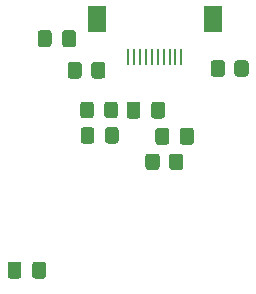
<source format=gbr>
G04 #@! TF.GenerationSoftware,KiCad,Pcbnew,(5.1.10)-1*
G04 #@! TF.CreationDate,2021-09-08T10:41:52-04:00*
G04 #@! TF.ProjectId,SharpDisplayPcb,53686172-7044-4697-9370-6c6179506362,rev?*
G04 #@! TF.SameCoordinates,Original*
G04 #@! TF.FileFunction,Paste,Top*
G04 #@! TF.FilePolarity,Positive*
%FSLAX46Y46*%
G04 Gerber Fmt 4.6, Leading zero omitted, Abs format (unit mm)*
G04 Created by KiCad (PCBNEW (5.1.10)-1) date 2021-09-08 10:41:52*
%MOMM*%
%LPD*%
G01*
G04 APERTURE LIST*
%ADD10R,1.600000X2.200000*%
%ADD11R,0.250000X1.400000*%
G04 APERTURE END LIST*
D10*
G04 #@! TO.C,IC1*
X102686780Y-74822920D03*
X112486780Y-74822920D03*
D11*
X105336780Y-77972920D03*
X105836780Y-77972920D03*
X106336780Y-77972920D03*
X106836780Y-77972920D03*
X107336780Y-77972920D03*
X107836780Y-77972920D03*
X108336780Y-77972920D03*
X108836780Y-77972920D03*
X109336780Y-77972920D03*
X109836780Y-77972920D03*
G04 #@! TD*
G04 #@! TO.C,R3*
G36*
G01*
X108800000Y-87325001D02*
X108800000Y-86424999D01*
G75*
G02*
X109049999Y-86175000I249999J0D01*
G01*
X109750001Y-86175000D01*
G75*
G02*
X110000000Y-86424999I0J-249999D01*
G01*
X110000000Y-87325001D01*
G75*
G02*
X109750001Y-87575000I-249999J0D01*
G01*
X109049999Y-87575000D01*
G75*
G02*
X108800000Y-87325001I0J249999D01*
G01*
G37*
G36*
G01*
X106800000Y-87325001D02*
X106800000Y-86424999D01*
G75*
G02*
X107049999Y-86175000I249999J0D01*
G01*
X107750001Y-86175000D01*
G75*
G02*
X108000000Y-86424999I0J-249999D01*
G01*
X108000000Y-87325001D01*
G75*
G02*
X107750001Y-87575000I-249999J0D01*
G01*
X107049999Y-87575000D01*
G75*
G02*
X106800000Y-87325001I0J249999D01*
G01*
G37*
G04 #@! TD*
G04 #@! TO.C,R2*
G36*
G01*
X101400000Y-78674999D02*
X101400000Y-79575001D01*
G75*
G02*
X101150001Y-79825000I-249999J0D01*
G01*
X100449999Y-79825000D01*
G75*
G02*
X100200000Y-79575001I0J249999D01*
G01*
X100200000Y-78674999D01*
G75*
G02*
X100449999Y-78425000I249999J0D01*
G01*
X101150001Y-78425000D01*
G75*
G02*
X101400000Y-78674999I0J-249999D01*
G01*
G37*
G36*
G01*
X103400000Y-78674999D02*
X103400000Y-79575001D01*
G75*
G02*
X103150001Y-79825000I-249999J0D01*
G01*
X102449999Y-79825000D01*
G75*
G02*
X102200000Y-79575001I0J249999D01*
G01*
X102200000Y-78674999D01*
G75*
G02*
X102449999Y-78425000I249999J0D01*
G01*
X103150001Y-78425000D01*
G75*
G02*
X103400000Y-78674999I0J-249999D01*
G01*
G37*
G04 #@! TD*
G04 #@! TO.C,R1*
G36*
G01*
X113525000Y-78524999D02*
X113525000Y-79425001D01*
G75*
G02*
X113275001Y-79675000I-249999J0D01*
G01*
X112574999Y-79675000D01*
G75*
G02*
X112325000Y-79425001I0J249999D01*
G01*
X112325000Y-78524999D01*
G75*
G02*
X112574999Y-78275000I249999J0D01*
G01*
X113275001Y-78275000D01*
G75*
G02*
X113525000Y-78524999I0J-249999D01*
G01*
G37*
G36*
G01*
X115525000Y-78524999D02*
X115525000Y-79425001D01*
G75*
G02*
X115275001Y-79675000I-249999J0D01*
G01*
X114574999Y-79675000D01*
G75*
G02*
X114325000Y-79425001I0J249999D01*
G01*
X114325000Y-78524999D01*
G75*
G02*
X114574999Y-78275000I249999J0D01*
G01*
X115275001Y-78275000D01*
G75*
G02*
X115525000Y-78524999I0J-249999D01*
G01*
G37*
G04 #@! TD*
G04 #@! TO.C,C4*
G36*
G01*
X98850000Y-75975000D02*
X98850000Y-76925000D01*
G75*
G02*
X98600000Y-77175000I-250000J0D01*
G01*
X97925000Y-77175000D01*
G75*
G02*
X97675000Y-76925000I0J250000D01*
G01*
X97675000Y-75975000D01*
G75*
G02*
X97925000Y-75725000I250000J0D01*
G01*
X98600000Y-75725000D01*
G75*
G02*
X98850000Y-75975000I0J-250000D01*
G01*
G37*
G36*
G01*
X100925000Y-75975000D02*
X100925000Y-76925000D01*
G75*
G02*
X100675000Y-77175000I-250000J0D01*
G01*
X100000000Y-77175000D01*
G75*
G02*
X99750000Y-76925000I0J250000D01*
G01*
X99750000Y-75975000D01*
G75*
G02*
X100000000Y-75725000I250000J0D01*
G01*
X100675000Y-75725000D01*
G75*
G02*
X100925000Y-75975000I0J-250000D01*
G01*
G37*
G04 #@! TD*
G04 #@! TO.C,C3*
G36*
G01*
X106378500Y-82024200D02*
X106378500Y-82974200D01*
G75*
G02*
X106128500Y-83224200I-250000J0D01*
G01*
X105453500Y-83224200D01*
G75*
G02*
X105203500Y-82974200I0J250000D01*
G01*
X105203500Y-82024200D01*
G75*
G02*
X105453500Y-81774200I250000J0D01*
G01*
X106128500Y-81774200D01*
G75*
G02*
X106378500Y-82024200I0J-250000D01*
G01*
G37*
G36*
G01*
X108453500Y-82024200D02*
X108453500Y-82974200D01*
G75*
G02*
X108203500Y-83224200I-250000J0D01*
G01*
X107528500Y-83224200D01*
G75*
G02*
X107278500Y-82974200I0J250000D01*
G01*
X107278500Y-82024200D01*
G75*
G02*
X107528500Y-81774200I250000J0D01*
G01*
X108203500Y-81774200D01*
G75*
G02*
X108453500Y-82024200I0J-250000D01*
G01*
G37*
G04 #@! TD*
G04 #@! TO.C,C2*
G36*
G01*
X109712000Y-85196700D02*
X109712000Y-84246700D01*
G75*
G02*
X109962000Y-83996700I250000J0D01*
G01*
X110637000Y-83996700D01*
G75*
G02*
X110887000Y-84246700I0J-250000D01*
G01*
X110887000Y-85196700D01*
G75*
G02*
X110637000Y-85446700I-250000J0D01*
G01*
X109962000Y-85446700D01*
G75*
G02*
X109712000Y-85196700I0J250000D01*
G01*
G37*
G36*
G01*
X107637000Y-85196700D02*
X107637000Y-84246700D01*
G75*
G02*
X107887000Y-83996700I250000J0D01*
G01*
X108562000Y-83996700D01*
G75*
G02*
X108812000Y-84246700I0J-250000D01*
G01*
X108812000Y-85196700D01*
G75*
G02*
X108562000Y-85446700I-250000J0D01*
G01*
X107887000Y-85446700D01*
G75*
G02*
X107637000Y-85196700I0J250000D01*
G01*
G37*
G04 #@! TD*
G04 #@! TO.C,C1*
G36*
G01*
X96300000Y-95575000D02*
X96300000Y-96525000D01*
G75*
G02*
X96050000Y-96775000I-250000J0D01*
G01*
X95375000Y-96775000D01*
G75*
G02*
X95125000Y-96525000I0J250000D01*
G01*
X95125000Y-95575000D01*
G75*
G02*
X95375000Y-95325000I250000J0D01*
G01*
X96050000Y-95325000D01*
G75*
G02*
X96300000Y-95575000I0J-250000D01*
G01*
G37*
G36*
G01*
X98375000Y-95575000D02*
X98375000Y-96525000D01*
G75*
G02*
X98125000Y-96775000I-250000J0D01*
G01*
X97450000Y-96775000D01*
G75*
G02*
X97200000Y-96525000I0J250000D01*
G01*
X97200000Y-95575000D01*
G75*
G02*
X97450000Y-95325000I250000J0D01*
G01*
X98125000Y-95325000D01*
G75*
G02*
X98375000Y-95575000I0J-250000D01*
G01*
G37*
G04 #@! TD*
G04 #@! TO.C,FB2*
G36*
G01*
X103367100Y-85082801D02*
X103367100Y-84182799D01*
G75*
G02*
X103617099Y-83932800I249999J0D01*
G01*
X104267101Y-83932800D01*
G75*
G02*
X104517100Y-84182799I0J-249999D01*
G01*
X104517100Y-85082801D01*
G75*
G02*
X104267101Y-85332800I-249999J0D01*
G01*
X103617099Y-85332800D01*
G75*
G02*
X103367100Y-85082801I0J249999D01*
G01*
G37*
G36*
G01*
X101317100Y-85082801D02*
X101317100Y-84182799D01*
G75*
G02*
X101567099Y-83932800I249999J0D01*
G01*
X102217101Y-83932800D01*
G75*
G02*
X102467100Y-84182799I0J-249999D01*
G01*
X102467100Y-85082801D01*
G75*
G02*
X102217101Y-85332800I-249999J0D01*
G01*
X101567099Y-85332800D01*
G75*
G02*
X101317100Y-85082801I0J249999D01*
G01*
G37*
G04 #@! TD*
G04 #@! TO.C,FB1*
G36*
G01*
X103320000Y-82936501D02*
X103320000Y-82036499D01*
G75*
G02*
X103569999Y-81786500I249999J0D01*
G01*
X104220001Y-81786500D01*
G75*
G02*
X104470000Y-82036499I0J-249999D01*
G01*
X104470000Y-82936501D01*
G75*
G02*
X104220001Y-83186500I-249999J0D01*
G01*
X103569999Y-83186500D01*
G75*
G02*
X103320000Y-82936501I0J249999D01*
G01*
G37*
G36*
G01*
X101270000Y-82936501D02*
X101270000Y-82036499D01*
G75*
G02*
X101519999Y-81786500I249999J0D01*
G01*
X102170001Y-81786500D01*
G75*
G02*
X102420000Y-82036499I0J-249999D01*
G01*
X102420000Y-82936501D01*
G75*
G02*
X102170001Y-83186500I-249999J0D01*
G01*
X101519999Y-83186500D01*
G75*
G02*
X101270000Y-82936501I0J249999D01*
G01*
G37*
G04 #@! TD*
M02*

</source>
